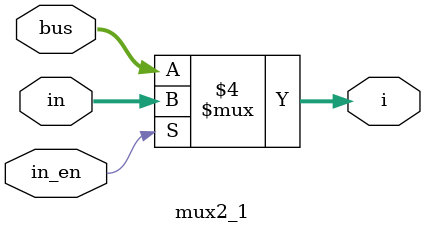
<source format=v>
module mux2_1(in_en, in, bus, i);
	input wire in_en;
	input wire [7:0] in, bus;
	output reg [7:0] i;

always @(in, bus, in_en) begin
	i = 8'bxxxxxxxx;
	if (in_en == 1) begin
		i = in;		
	end
	else begin
		i = bus;
	end
end
endmodule
</source>
